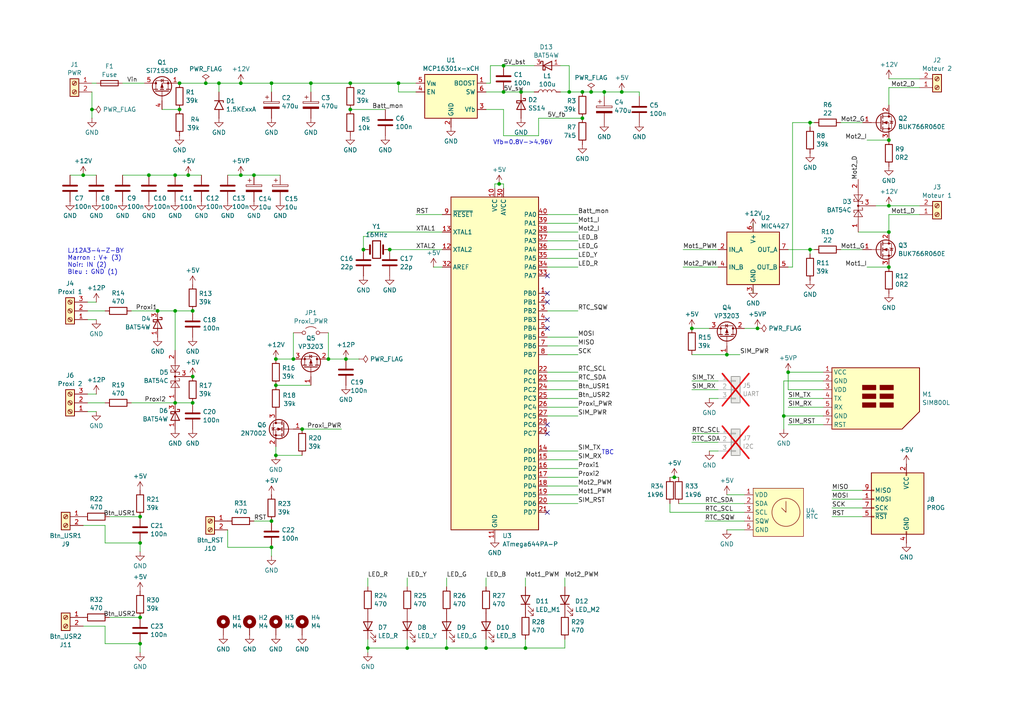
<source format=kicad_sch>
(kicad_sch (version 20231120) (generator "eeschema") (generator_version "8.0")
  (paper "A4")
  (title_block (title "Horse Feeder Ctrl") (date "2025-02-12") (rev "A") (company "Xavier B."))
  (junction (at 152.4 187.96))
  (junction (at 80.01 111.76))
  (junction (at 78.74 24.13))
  (junction (at 87.63 124.46))
  (junction (at 165.1 26.67))
  (junction (at 100.33 104.14))
  (junction (at 55.88 109.22))
  (junction (at 55.88 90.17))
  (junction (at 80.01 132.08))
  (junction (at 210.82 102.87))
  (junction (at 151.13 26.67))
  (junction (at 129.54 187.96))
  (junction (at 43.18 50.8))
  (junction (at 69.85 50.8))
  (junction (at 50.8 116.84))
  (junction (at 45.72 90.17))
  (junction (at 106.68 187.96))
  (junction (at 171.45 26.67))
  (junction (at 69.85 24.13))
  (junction (at 234.95 35.56))
  (junction (at 257.81 40.64))
  (junction (at 90.17 24.13))
  (junction (at 113.03 72.39))
  (junction (at 168.91 34.29))
  (junction (at 85.09 104.14))
  (junction (at 101.6 24.13))
  (junction (at 115.57 24.13))
  (junction (at 78.74 151.13))
  (junction (at 234.95 72.39))
  (junction (at 200.66 95.25))
  (junction (at 78.74 158.75))
  (junction (at 63.5 24.13))
  (junction (at 257.81 59.69))
  (junction (at 59.69 24.13))
  (junction (at 228.6 107.95))
  (junction (at 175.26 26.67))
  (junction (at 80.01 104.14))
  (junction (at 257.81 67.31))
  (junction (at 227.33 120.65))
  (junction (at 55.88 116.84))
  (junction (at 195.58 138.43))
  (junction (at 24.13 50.8))
  (junction (at 101.6 31.75))
  (junction (at 146.05 19.05))
  (junction (at 26.67 31.75))
  (junction (at 40.64 179.07))
  (junction (at 95.25 104.14))
  (junction (at 40.64 149.86))
  (junction (at 146.05 26.67))
  (junction (at 140.97 187.96))
  (junction (at 180.34 26.67))
  (junction (at 52.07 24.13))
  (junction (at 50.8 50.8))
  (junction (at 168.91 26.67))
  (junction (at 73.66 50.8))
  (junction (at 144.78 53.34))
  (junction (at 105.41 72.39))
  (junction (at 219.71 95.25))
  (junction (at 40.64 186.69))
  (junction (at 118.11 187.96))
  (junction (at 54.61 50.8))
  (junction (at 52.07 31.75))
  (junction (at 257.81 77.47))
  (junction (at 50.8 90.17))
  (junction (at 40.64 157.48))
  (no_connect (at 158.75 123.19))
  (no_connect (at 158.75 80.01))
  (no_connect (at 158.75 87.63))
  (no_connect (at 158.75 85.09))
  (no_connect (at 158.75 95.25))
  (no_connect (at 158.75 148.59))
  (no_connect (at 158.75 125.73))
  (no_connect (at 158.75 92.71))
  (wire (pts (xy 129.54 185.42) (xy 129.54 187.96)))
  (wire (pts (xy 140.97 167.64) (xy 140.97 170.18)))
  (wire (pts (xy 257.81 59.69) (xy 266.7 59.69)))
  (wire (pts (xy 31.75 179.07) (xy 40.64 179.07)))
  (wire (pts (xy 27.94 119.38) (xy 25.4 119.38)))
  (wire (pts (xy 80.01 104.14) (xy 85.09 104.14)))
  (wire (pts (xy 106.68 187.96) (xy 118.11 187.96)))
  (wire (pts (xy 162.56 26.67) (xy 165.1 26.67)))
  (wire (pts (xy 167.64 130.81) (xy 158.75 130.81)))
  (wire (pts (xy 198.12 72.39) (xy 208.28 72.39)))
  (wire (pts (xy 227.33 120.65) (xy 227.33 124.46)))
  (wire (pts (xy 210.82 143.51) (xy 215.9 143.51)))
  (wire (pts (xy 241.3 144.78) (xy 250.19 144.78)))
  (wire (pts (xy 167.64 100.33) (xy 158.75 100.33)))
  (wire (pts (xy 73.66 50.8) (xy 81.28 50.8)))
  (wire (pts (xy 162.56 19.05) (xy 165.1 19.05)))
  (wire (pts (xy 78.74 161.29) (xy 78.74 158.75)))
  (wire (pts (xy 125.73 77.47) (xy 128.27 77.47)))
  (wire (pts (xy 167.64 67.31) (xy 158.75 67.31)))
  (wire (pts (xy 80.01 111.76) (xy 90.17 111.76)))
  (wire (pts (xy 80.01 132.08) (xy 80.01 129.54)))
  (wire (pts (xy 257.81 25.4) (xy 257.81 30.48)))
  (wire (pts (xy 238.76 113.03) (xy 228.6 113.03)))
  (wire (pts (xy 167.64 62.23) (xy 158.75 62.23)))
  (wire (pts (xy 113.03 72.39) (xy 128.27 72.39)))
  (wire (pts (xy 167.64 138.43) (xy 158.75 138.43)))
  (wire (pts (xy 101.6 24.13) (xy 115.57 24.13)))
  (wire (pts (xy 30.48 186.69) (xy 40.64 186.69)))
  (wire (pts (xy 163.83 167.64) (xy 163.83 170.18)))
  (wire (pts (xy 30.48 152.4) (xy 24.13 152.4)))
  (wire (pts (xy 152.4 185.42) (xy 152.4 187.96)))
  (wire (pts (xy 195.58 138.43) (xy 196.85 138.43)))
  (wire (pts (xy 25.4 116.84) (xy 30.48 116.84)))
  (wire (pts (xy 63.5 24.13) (xy 69.85 24.13)))
  (wire (pts (xy 228.6 107.95) (xy 238.76 107.95)))
  (wire (pts (xy 266.7 25.4) (xy 257.81 25.4)))
  (wire (pts (xy 143.51 53.34) (xy 143.51 54.61)))
  (wire (pts (xy 26.67 34.29) (xy 26.67 31.75)))
  (wire (pts (xy 238.76 110.49) (xy 227.33 110.49)))
  (wire (pts (xy 43.18 50.8) (xy 50.8 50.8)))
  (wire (pts (xy 180.34 26.67) (xy 175.26 26.67)))
  (wire (pts (xy 219.71 95.25) (xy 215.9 95.25)))
  (wire (pts (xy 175.26 26.67) (xy 171.45 26.67)))
  (wire (pts (xy 194.31 138.43) (xy 195.58 138.43)))
  (wire (pts (xy 229.87 35.56) (xy 234.95 35.56)))
  (wire (pts (xy 251.46 77.47) (xy 257.81 77.47)))
  (wire (pts (xy 167.64 143.51) (xy 158.75 143.51)))
  (wire (pts (xy 156.21 39.37) (xy 156.21 34.29)))
  (wire (pts (xy 50.8 90.17) (xy 55.88 90.17)))
  (wire (pts (xy 142.24 19.05) (xy 146.05 19.05)))
  (wire (pts (xy 31.75 149.86) (xy 40.64 149.86)))
  (wire (pts (xy 106.68 68.58) (xy 106.68 67.31)))
  (wire (pts (xy 227.33 120.65) (xy 238.76 120.65)))
  (wire (pts (xy 45.72 90.17) (xy 50.8 90.17)))
  (wire (pts (xy 40.64 189.23) (xy 40.64 186.69)))
  (wire (pts (xy 152.4 167.64) (xy 152.4 170.18)))
  (wire (pts (xy 163.83 187.96) (xy 163.83 185.42)))
  (wire (pts (xy 38.1 90.17) (xy 45.72 90.17)))
  (wire (pts (xy 129.54 167.64) (xy 129.54 170.18)))
  (wire (pts (xy 200.66 125.73) (xy 208.28 125.73)))
  (wire (pts (xy 27.94 92.71) (xy 25.4 92.71)))
  (wire (pts (xy 167.64 74.93) (xy 158.75 74.93)))
  (wire (pts (xy 118.11 185.42) (xy 118.11 187.96)))
  (wire (pts (xy 241.3 142.24) (xy 250.19 142.24)))
  (wire (pts (xy 257.81 22.86) (xy 266.7 22.86)))
  (wire (pts (xy 143.51 53.34) (xy 144.78 53.34)))
  (wire (pts (xy 146.05 31.75) (xy 146.05 39.37)))
  (wire (pts (xy 27.94 87.63) (xy 25.4 87.63)))
  (wire (pts (xy 234.95 73.66) (xy 234.95 72.39)))
  (wire (pts (xy 210.82 153.67) (xy 215.9 153.67)))
  (wire (pts (xy 140.97 187.96) (xy 152.4 187.96)))
  (wire (pts (xy 144.78 53.34) (xy 146.05 53.34)))
  (wire (pts (xy 167.64 113.03) (xy 158.75 113.03)))
  (wire (pts (xy 30.48 181.61) (xy 24.13 181.61)))
  (wire (pts (xy 167.64 140.97) (xy 158.75 140.97)))
  (wire (pts (xy 40.64 160.02) (xy 40.64 157.48)))
  (wire (pts (xy 140.97 26.67) (xy 146.05 26.67)))
  (wire (pts (xy 156.21 34.29) (xy 168.91 34.29)))
  (wire (pts (xy 210.82 102.87) (xy 200.66 102.87)))
  (wire (pts (xy 20.32 50.8) (xy 24.13 50.8)))
  (wire (pts (xy 25.4 90.17) (xy 30.48 90.17)))
  (wire (pts (xy 200.66 113.03) (xy 208.28 113.03)))
  (wire (pts (xy 85.09 96.52) (xy 85.09 104.14)))
  (wire (pts (xy 38.1 116.84) (xy 50.8 116.84)))
  (wire (pts (xy 200.66 95.25) (xy 205.74 95.25)))
  (wire (pts (xy 167.64 102.87) (xy 158.75 102.87)))
  (wire (pts (xy 236.22 72.39) (xy 234.95 72.39)))
  (wire (pts (xy 26.67 31.75) (xy 26.67 26.67)))
  (wire (pts (xy 24.13 50.8) (xy 27.94 50.8)))
  (wire (pts (xy 205.74 130.81) (xy 208.28 130.81)))
  (wire (pts (xy 146.05 39.37) (xy 156.21 39.37)))
  (wire (pts (xy 196.85 146.05) (xy 215.9 146.05)))
  (wire (pts (xy 35.56 50.8) (xy 43.18 50.8)))
  (wire (pts (xy 228.6 123.19) (xy 238.76 123.19)))
  (wire (pts (xy 30.48 152.4) (xy 30.48 157.48)))
  (wire (pts (xy 205.74 115.57) (xy 208.28 115.57)))
  (wire (pts (xy 115.57 26.67) (xy 120.65 26.67)))
  (wire (pts (xy 257.81 59.69) (xy 254 59.69)))
  (wire (pts (xy 171.45 26.67) (xy 168.91 26.67)))
  (wire (pts (xy 59.69 24.13) (xy 63.5 24.13)))
  (wire (pts (xy 140.97 187.96) (xy 140.97 185.42)))
  (wire (pts (xy 50.8 90.17) (xy 50.8 101.6)))
  (wire (pts (xy 50.8 50.8) (xy 54.61 50.8)))
  (wire (pts (xy 228.6 115.57) (xy 238.76 115.57)))
  (wire (pts (xy 146.05 19.05) (xy 154.94 19.05)))
  (wire (pts (xy 218.44 83.82) (xy 218.44 85.09)))
  (wire (pts (xy 167.64 115.57) (xy 158.75 115.57)))
  (wire (pts (xy 167.64 118.11) (xy 158.75 118.11)))
  (wire (pts (xy 80.01 132.08) (xy 87.63 132.08)))
  (wire (pts (xy 105.41 68.58) (xy 105.41 72.39)))
  (wire (pts (xy 95.25 96.52) (xy 95.25 104.14)))
  (wire (pts (xy 146.05 53.34) (xy 146.05 54.61)))
  (wire (pts (xy 266.7 62.23) (xy 257.81 62.23)))
  (wire (pts (xy 167.64 107.95) (xy 158.75 107.95)))
  (wire (pts (xy 158.75 120.65) (xy 167.64 120.65)))
  (wire (pts (xy 194.31 148.59) (xy 215.9 148.59)))
  (wire (pts (xy 234.95 35.56) (xy 234.95 36.83)))
  (wire (pts (xy 251.46 40.64) (xy 257.81 40.64)))
  (wire (pts (xy 200.66 128.27) (xy 208.28 128.27)))
  (wire (pts (xy 167.64 135.89) (xy 158.75 135.89)))
  (wire (pts (xy 52.07 31.75) (xy 46.99 31.75)))
  (wire (pts (xy 30.48 181.61) (xy 30.48 186.69)))
  (wire (pts (xy 78.74 26.67) (xy 78.74 24.13)))
  (wire (pts (xy 167.64 110.49) (xy 158.75 110.49)))
  (wire (pts (xy 243.84 35.56) (xy 250.19 35.56)))
  (wire (pts (xy 210.82 102.87) (xy 214.63 102.87)))
  (wire (pts (xy 167.64 133.35) (xy 158.75 133.35)))
  (wire (pts (xy 69.85 50.8) (xy 73.66 50.8)))
  (wire (pts (xy 66.04 153.67) (xy 66.04 158.75)))
  (wire (pts (xy 106.68 185.42) (xy 106.68 187.96)))
  (wire (pts (xy 66.04 158.75) (xy 78.74 158.75)))
  (wire (pts (xy 35.56 24.13) (xy 41.91 24.13)))
  (wire (pts (xy 228.6 77.47) (xy 229.87 77.47)))
  (wire (pts (xy 54.61 50.8) (xy 58.42 50.8)))
  (wire (pts (xy 229.87 35.56) (xy 229.87 77.47)))
  (wire (pts (xy 73.66 151.13) (xy 78.74 151.13)))
  (wire (pts (xy 26.67 24.13) (xy 27.94 24.13)))
  (wire (pts (xy 99.06 124.46) (xy 87.63 124.46)))
  (wire (pts (xy 218.44 66.04) (xy 218.44 64.77)))
  (wire (pts (xy 152.4 187.96) (xy 163.83 187.96)))
  (wire (pts (xy 194.31 146.05) (xy 194.31 148.59)))
  (wire (pts (xy 66.04 50.8) (xy 69.85 50.8)))
  (wire (pts (xy 120.65 62.23) (xy 128.27 62.23)))
  (wire (pts (xy 167.64 146.05) (xy 158.75 146.05)))
  (wire (pts (xy 165.1 26.67) (xy 168.91 26.67)))
  (wire (pts (xy 241.3 147.32) (xy 250.19 147.32)))
  (wire (pts (xy 142.24 24.13) (xy 142.24 19.05)))
  (wire (pts (xy 227.33 110.49) (xy 227.33 120.65)))
  (wire (pts (xy 234.95 35.56) (xy 236.22 35.56)))
  (wire (pts (xy 63.5 24.13) (xy 63.5 26.67)))
  (wire (pts (xy 180.34 26.67) (xy 185.42 26.67)))
  (wire (pts (xy 228.6 118.11) (xy 238.76 118.11)))
  (wire (pts (xy 115.57 24.13) (xy 115.57 26.67)))
  (wire (pts (xy 146.05 26.67) (xy 151.13 26.67)))
  (wire (pts (xy 100.33 104.14) (xy 104.14 104.14)))
  (wire (pts (xy 30.48 157.48) (xy 40.64 157.48)))
  (wire (pts (xy 129.54 187.96) (xy 140.97 187.96)))
  (wire (pts (xy 52.07 24.13) (xy 59.69 24.13)))
  (wire (pts (xy 257.81 62.23) (xy 257.81 67.31)))
  (wire (pts (xy 167.64 72.39) (xy 158.75 72.39)))
  (wire (pts (xy 106.68 167.64) (xy 106.68 170.18)))
  (wire (pts (xy 101.6 31.75) (xy 111.76 31.75)))
  (wire (pts (xy 118.11 167.64) (xy 118.11 170.18)))
  (wire (pts (xy 151.13 26.67) (xy 154.94 26.67)))
  (wire (pts (xy 175.26 27.94) (xy 175.26 26.67)))
  (wire (pts (xy 90.17 26.67) (xy 90.17 24.13)))
  (wire (pts (xy 204.47 151.13) (xy 215.9 151.13)))
  (wire (pts (xy 90.17 24.13) (xy 101.6 24.13)))
  (wire (pts (xy 78.74 24.13) (xy 90.17 24.13)))
  (wire (pts (xy 185.42 27.94) (xy 185.42 26.67)))
  (wire (pts (xy 95.25 104.14) (xy 100.33 104.14)))
  (wire (pts (xy 142.24 24.13) (xy 140.97 24.13)))
  (wire (pts (xy 198.12 77.47) (xy 208.28 77.47)))
  (wire (pts (xy 167.64 64.77) (xy 158.75 64.77)))
  (wire (pts (xy 243.84 72.39) (xy 250.19 72.39)))
  (wire (pts (xy 106.68 189.23) (xy 106.68 187.96)))
  (wire (pts (xy 106.68 68.58) (xy 105.41 68.58)))
  (wire (pts (xy 140.97 31.75) (xy 146.05 31.75)))
  (wire (pts (xy 257.81 67.31) (xy 248.92 67.31)))
  (wire (pts (xy 165.1 19.05) (xy 165.1 26.67)))
  (wire (pts (xy 167.64 77.47) (xy 158.75 77.47)))
  (wire (pts (xy 27.94 114.3) (xy 25.4 114.3)))
  (wire (pts (xy 118.11 187.96) (xy 129.54 187.96)))
  (wire (pts (xy 241.3 149.86) (xy 250.19 149.86)))
  (wire (pts (xy 200.66 110.49) (xy 208.28 110.49)))
  (wire (pts (xy 78.74 24.13) (xy 69.85 24.13)))
  (wire (pts (xy 115.57 24.13) (xy 120.65 24.13)))
  (wire (pts (xy 167.64 90.17) (xy 158.75 90.17)))
  (wire (pts (xy 106.68 67.31) (xy 128.27 67.31)))
  (wire (pts (xy 167.64 69.85) (xy 158.75 69.85)))
  (wire (pts (xy 167.64 97.79) (xy 158.75 97.79)))
  (wire (pts (xy 50.8 116.84) (xy 55.88 116.84)))
  (wire (pts (xy 228.6 113.03) (xy 228.6 107.95)))
  (wire (pts (xy 228.6 72.39) (xy 234.95 72.39)))
  (text "LJ12A3-4-Z-BY\nMarron : V+ (3)\nNoir: IN (2)\nBleu : GND (1)" (at 19.558 75.946 0) (effects (font (size 1.27 1.27)) (justify left)))
  (text "TBC" (at 176.276 131.318 0) (effects (font (size 1.27 1.27))))
  (text "Vfb=0.8V->4.96V" (at 151.638 41.402 0) (effects (font (size 1.27 1.27))))
  (label "Mot1_I" (at 167.64 64.77 0))
  (label "MOSI" (at 241.3 144.78 0))
  (label "Mot2_I" (at 251.46 40.64 180))
  (label "SIM_RX" (at 228.6 118.11 0))
  (label "SIM_RX" (at 167.64 133.35 0))
  (label "Proxi2" (at 41.91 116.84 0))
  (label "Mot2_G" (at 243.84 35.56 0))
  (label "Btn_USR2" (at 39.37 179.07 180))
  (label "RTC_SDA" (at 167.64 110.49 0))
  (label "Proxi_PWR" (at 167.64 118.11 0))
  (label "LED_R" (at 167.64 77.47 0))
  (label "Vin" (at 36.83 24.13 0))
  (label "Mot2_PWM" (at 198.12 77.47 0))
  (label "XTAL2" (at 120.65 72.39 0))
  (label "MISO" (at 167.64 100.33 0))
  (label "Mot1_G" (at 243.84 72.39 0))
  (label "LED_B" (at 140.97 167.64 0))
  (label "Btn_USR1" (at 39.37 149.86 180))
  (label "LED_Y" (at 118.11 167.64 0))
  (label "SIM_RST" (at 167.64 146.05 0))
  (label "RST" (at 241.3 149.86 0))
  (label "RTC_SCL" (at 204.47 148.59 0))
  (label "Mot1_PWM" (at 167.64 143.51 0))
  (label "5V_bst" (at 146.05 19.05 0))
  (label "SIM_RST" (at 228.6 123.19 0))
  (label "Mot2_D" (at 265.43 25.4 180))
  (label "Proxi2" (at 167.64 138.43 0))
  (label "LED_Y" (at 167.64 74.93 0))
  (label "SIM_PWR" (at 214.63 102.87 0))
  (label "Mot2_I" (at 167.64 67.31 0))
  (label "Mot2_PWM" (at 167.64 140.97 0))
  (label "Btn_USR2" (at 167.64 115.57 0))
  (label "Proxi1" (at 167.64 135.89 0))
  (label "MISO" (at 241.3 142.24 0))
  (label "Btn_USR1" (at 167.64 113.03 0))
  (label "Mot1_D" (at 265.43 62.23 180))
  (label "Mot2_PWM" (at 163.83 167.64 0))
  (label "5V_fb" (at 158.75 34.29 0))
  (label "Batt_mon" (at 167.64 62.23 0))
  (label "RTC_SDA" (at 204.47 146.05 0))
  (label "Mot1_PWM" (at 152.4 167.64 0))
  (label "Proxi_PWR" (at 99.06 124.46 180))
  (label "XTAL1" (at 120.65 67.31 0))
  (label "SIM_RX" (at 200.66 113.03 0))
  (label "SIM_TX" (at 228.6 115.57 0))
  (label "RTC_SDA" (at 200.66 128.27 0))
  (label "Mot1_I" (at 251.46 77.47 180))
  (label "Mot2_D" (at 248.92 52.07 90))
  (label "LED_G" (at 129.54 167.64 0))
  (label "Mot1_PWM" (at 198.12 72.39 0))
  (label "Proxi1" (at 39.37 90.17 0))
  (label "RTC_SQW" (at 204.47 151.13 0))
  (label "SIM_TX" (at 200.66 110.49 0))
  (label "RTC_SCL" (at 200.66 125.73 0))
  (label "5V_sw" (at 146.05 26.67 0))
  (label "RTC_SQW" (at 167.64 90.17 0))
  (label "LED_G" (at 167.64 72.39 0))
  (label "RTC_SCL" (at 167.64 107.95 0))
  (label "Batt_mon" (at 107.95 31.75 0))
  (label "LED_B" (at 167.64 69.85 0))
  (label "SCK" (at 241.3 147.32 0))
  (label "SCK" (at 167.64 102.87 0))
  (label "SIM_PWR" (at 167.64 120.65 0))
  (label "MOSI" (at 167.64 97.79 0))
  (label "SIM_TX" (at 167.64 130.81 0))
  (label "RST" (at 73.66 151.13 0))
  (label "LED_R" (at 106.68 167.64 0))
  (label "RST" (at 120.65 62.23 0))
  (symbol (lib_id "power:GND") (at 45.72 97.79 0) (unit 1)
    (property "Reference" "#PWR044" (effects (hide yes)))
    (property "Value" "GND" (at 45.72 101.9231 0))
    (property "Description" "Power symbol creates a global label with name \"GND\" , ground" (effects (hide yes)))
  )
  (symbol (lib_id "Regulator_Switching:MCP16301x-xCH") (at 130.81 26.67 0) (unit 1)
    (property "Reference" "U1" (at 130.81 17.4455 0))
    (property "Value" "MCP16301x-xCH" (at 130.81 19.8698 0))
    (property "Footprint" "Package_TO_SOT_SMD:SOT-23-6" (effects (hide yes)))
    (property "Datasheet" "http://ww1.microchip.com/downloads/en/DeviceDoc/20005004D.pdf" (effects (hide yes)))
    (property "Description" "1A, 4.0 to 30V Input, High Voltage Input integrated switch step-down regulator, SOT-23-6" (effects (hide yes)))
  )
  (symbol (lib_id "power:GND") (at 27.94 119.38 0) (unit 1)
    (property "Reference" "#PWR053" (effects (hide yes)))
    (property "Value" "GND" (at 27.94 123.5131 0))
    (property "Description" "Power symbol creates a global label with name \"GND\" , ground" (effects (hide yes)))
  )
  (symbol (lib_id "Connector:Screw_Terminal_01x02") (at 271.78 25.4 0) (mirror x) (unit 1)
    (property "Reference" "J2" (at 271.78 17.4455 0))
    (property "Value" "Moteur 2" (at 271.78 19.8698 0))
    (property "Footprint" "footprints:TerminalBlock_bornier-2_P5.08mm" (effects (hide yes)))
    (property "Description" "Generic screw terminal, single row, 01x02, script generated (kicad-library-utils/schlib/autogen/connector/)" (effects (hide yes)))
  )
  (symbol (lib_id "Device:C") (at 40.64 153.67 0) (unit 1)
    (property "Reference" "C21" (at 43.561 152.4578 0) (effects (justify left)))
    (property "Value" "100n" (at 43.561 154.8821 0) (effects (justify left)))
    (property "Footprint" "Capacitor_SMD:C_0805_2012Metric_Pad1.18x1.45mm_HandSolder" (effects (hide yes)))
    (property "Description" "Unpolarized capacitor" (effects (hide yes)))
  )
  (symbol (lib_id "power:GND") (at 66.04 58.42 0) (mirror y) (unit 1)
    (property "Reference" "#PWR028" (effects (hide yes)))
    (property "Value" "GND" (at 66.04 62.5531 0))
    (property "Description" "Power symbol creates a global label with name \"GND\" , ground" (effects (hide yes)))
  )
  (symbol (lib_id "Device:R") (at 40.64 175.26 0) (unit 1)
    (property "Reference" "R30" (at 42.418 174.0478 0) (effects (justify left)))
    (property "Value" "39k" (at 42.418 176.4721 0) (effects (justify left)))
    (property "Footprint" "Resistor_SMD:R_0805_2012Metric_Pad1.20x1.40mm_HandSolder" (effects (hide yes)))
    (property "Description" "Resistor" (effects (hide yes)))
  )
  (symbol (lib_id "Device:C") (at 105.41 76.2 0) (unit 1)
    (property "Reference" "C16" (at 102.489 74.9878 0) (effects (justify right)))
    (property "Value" "22p" (at 102.489 77.4121 0) (effects (justify right)))
    (property "Footprint" "Capacitor_SMD:C_0603_1608Metric_Pad1.08x0.95mm_HandSolder" (effects (hide yes)))
    (property "Description" "Unpolarized capacitor" (effects (hide yes)))
  )
  (symbol (lib_id "Device:L") (at 158.75 26.67 90) (unit 1)
    (property "Reference" "L1" (at 158.75 22.0202 90))
    (property "Value" "100u" (at 158.75 24.4445 90))
    (property "Footprint" "footprints:LPC4545" (effects (hide yes)))
    (property "Description" "Inductor" (effects (hide yes)))
  )
  (symbol (lib_id "power:GND") (at 78.74 161.29 0) (unit 1)
    (property "Reference" "#PWR068" (effects (hide yes)))
    (property "Value" "GND" (at 78.74 165.4231 0))
    (property "Description" "Power symbol creates a global label with name \"GND\" , ground" (effects (hide yes)))
  )
  (symbol (lib_id "power:+5V") (at 54.61 50.8 0) (unit 1)
    (property "Reference" "#PWR019" (effects (hide yes)))
    (property "Value" "+5V" (at 54.61 46.6669 0))
    (property "Description" "Power symbol creates a global label with name \"+5V\"" (effects (hide yes)))
  )
  (symbol (lib_id "power:GND") (at 58.42 58.42 0) (mirror y) (unit 1)
    (property "Reference" "#PWR027" (effects (hide yes)))
    (property "Value" "GND" (at 58.42 62.5531 0))
    (property "Description" "Power symbol creates a global label with name \"GND\" , ground" (effects (hide yes)))
  )
  (symbol (lib_id "power:+5VP") (at 228.6 107.95 0) (unit 1)
    (property "Reference" "#PWR048" (effects (hide yes)))
    (property "Value" "+5VP" (at 228.6 103.8169 0))
    (property "Description" "Power symbol creates a global label with name \"+5VP\"" (effects (hide yes)))
  )
  (symbol (lib_id "power:GND") (at 27.94 92.71 0) (unit 1)
    (property "Reference" "#PWR041" (effects (hide yes)))
    (property "Value" "GND" (at 27.94 96.8431 0))
    (property "Description" "Power symbol creates a global label with name \"GND\" , ground" (effects (hide yes)))
  )
  (symbol (lib_id "power:GND") (at 218.44 83.82 0) (mirror y) (unit 1)
    (property "Reference" "#PWR036" (effects (hide yes)))
    (property "Value" "GND" (at 218.44 87.9531 0))
    (property "Description" "Power symbol creates a global label with name \"GND\" , ground" (effects (hide yes)))
  )
  (symbol (lib_id "Device:C_Polarized") (at 81.28 54.61 0) (unit 1)
    (property "Reference" "C15" (at 82.55 57.658 0) (effects (justify left)))
    (property "Value" "10u" (at 82.55 60.0823 0) (effects (justify left)))
    (property "Footprint" "Capacitor_SMD:C_0805_2012Metric_Pad1.18x1.45mm_HandSolder" (effects (hide yes)))
    (property "Description" "Polarized capacitor" (effects (hide yes)))
  )
  (symbol (lib_id "Jumper:Jumper_2_Open") (at 90.17 96.52 0) (unit 1) (exclude_from_sim yes)
    (property "Reference" "JP1" (at 90.17 90.7245 0))
    (property "Value" "Proxi_PWR" (at 90.17 93.1488 0))
    (property "Footprint" "Jumper:SolderJumper-2_P1.3mm_Open_RoundedPad1.0x1.5mm" (effects (hide yes)))
    (property "Description" "Jumper, 2-pole, open" (effects (hide yes)))
  )
  (symbol (lib_id "Transistor_FET:Si7141DP") (at 46.99 26.67 90) (unit 1)
    (property "Reference" "Q1" (at 46.99 18.0805 90))
    (property "Value" "Si7155DP" (at 46.99 20.5048 90))
    (property "Footprint" "Package_SO:PowerPAK_SO-8_Single" (effects (hide yes)))
    (property "Datasheet" "https://www.vishay.com/docs/65596/si7141dp.pdf" (effects (hide yes)))
    (property "Description" "-60A Id, -20V Vds, 1.9 mOhm Ron, PowerPAK-8" (effects (hide yes)))
  )
  (symbol (lib_id "Mechanical:MountingHole_Pad") (at 72.39 181.61 0) (unit 1) (exclude_from_sim yes) (in_bom no)
    (property "Reference" "H2" (at 74.93 179.1278 0) (effects (justify left)))
    (property "Value" "M4" (at 74.93 181.5521 0) (effects (justify left)))
    (property "Footprint" "MountingHole:MountingHole_4.3mm_M4_Pad_Via" (effects (hide yes)))
    (property "Description" "Mounting Hole with connection" (effects (hide yes)))
  )
  (symbol (lib_id "Device:LED") (at 163.83 173.99 90) (unit 1)
    (property "Reference" "D12" (at 166.751 174.3653 90) (effects (justify right)))
    (property "Value" "LED_M2" (at 166.751 176.7896 90) (effects (justify right)))
    (property "Footprint" "LED_SMD:LED_0805_2012Metric" (effects (hide yes)))
    (property "Description" "Light emitting diode" (effects (hide yes)))
  )
  (symbol (lib_id "Connector_Generic:Conn_01x03") (at 213.36 113.03 0) (unit 1) (dnp yes)
    (property "Reference" "J5" (at 215.392 111.8178 0) (effects (justify left)))
    (property "Value" "UART" (at 215.392 114.2421 0) (effects (justify left)))
    (property "Footprint" "Connector_PinHeader_2.54mm:PinHeader_1x03_P2.54mm_Vertical" (effects (hide yes)))
    (property "Description" "Generic connector, single row, 01x03, script generated (kicad-library-utils/schlib/autogen/connector/)" (effects (hide yes)))
  )
  (symbol (lib_id "Device:R") (at 234.95 77.47 0) (mirror y) (unit 1)
    (property "Reference" "R11" (at 236.728 76.2578 0) (effects (justify right)))
    (property "Value" "39k" (at 236.728 78.6821 0) (effects (justify right)))
    (property "Footprint" "Resistor_SMD:R_0805_2012Metric_Pad1.20x1.40mm_HandSolder" (effects (hide yes)))
    (property "Description" "Resistor" (effects (hide yes)))
  )
  (symbol (lib_id "Diode:SS14") (at 151.13 30.48 270) (unit 1)
    (property "Reference" "D2" (at 153.162 28.9503 90) (effects (justify left)))
    (property "Value" "SS14" (at 153.162 31.3746 90) (effects (justify left)))
    (property "Footprint" "Diode_SMD:D_SMA" (effects (hide yes)))
    (property "Datasheet" "https://www.vishay.com/docs/88746/ss12.pdf" (effects (hide yes)))
    (property "Description" "40V 1A Schottky Diode, SMA" (effects (hide yes)))
  )
  (symbol (lib_id "power:GND") (at 64.77 184.15 0) (unit 1)
    (property "Reference" "#PWR071" (effects (hide yes)))
    (property "Value" "GND" (at 64.77 188.2831 0))
    (property "Description" "Power symbol creates a global label with name \"GND\" , ground" (effects (hide yes)))
  )
  (symbol (lib_id "power:PWR_FLAG") (at 219.71 95.25 270) (unit 1)
    (property "Reference" "#FLG05" (effects (hide yes)))
    (property "Value" "PWR_FLAG" (at 222.885 95.25 90) (effects (justify left)))
    (property "Description" "Special symbol for telling ERC where power comes from" (effects (hide yes)))
  )
  (symbol (lib_id "Device:R") (at 52.07 35.56 0) (mirror x) (unit 1)
    (property "Reference" "R4" (at 57.912 34.6597 0) (effects (justify right)))
    (property "Value" "39k" (at 57.912 37.084 0) (effects (justify right)))
    (property "Footprint" "Resistor_SMD:R_0805_2012Metric_Pad1.20x1.40mm_HandSolder" (effects (hide yes)))
    (property "Description" "Resistor" (effects (hide yes)))
  )
  (symbol (lib_id "Device:LED") (at 106.68 181.61 90) (unit 1)
    (property "Reference" "D7" (at 109.601 181.9853 90) (effects (justify right)))
    (property "Value" "LED_R" (at 109.601 184.4096 90) (effects (justify right)))
    (property "Footprint" "LED_THT:LED_D5.0mm" (effects (hide yes)))
    (property "Description" "Light emitting diode" (effects (hide yes)))
  )
  (symbol (lib_id "Device:C") (at 40.64 182.88 0) (unit 1)
    (property "Reference" "C23" (at 43.561 181.6678 0) (effects (justify left)))
    (property "Value" "100n" (at 43.561 184.0921 0) (effects (justify left)))
    (property "Footprint" "Capacitor_SMD:C_0805_2012Metric_Pad1.18x1.45mm_HandSolder" (effects (hide yes)))
    (property "Description" "Unpolarized capacitor" (effects (hide yes)))
  )
  (symbol (lib_id "MCU_Microchip_ATmega:ATmega644PA-P") (at 143.51 105.41 0) (unit 1)
    (property "Reference" "U3" (at 145.7041 155.3901 0) (effects (justify left)))
    (property "Value" "ATmega644PA-P" (at 145.7041 157.8144 0) (effects (justify left)))
    (property "Footprint" "Package_DIP:DIP-40_W15.24mm" (effects (hide yes)))
    (property "Datasheet" "http://ww1.microchip.com/downloads/en/DeviceDoc/Atmel-8272-8-bit-AVR-microcontroller-ATmega164A_PA-324A_PA-644A_PA-1284_P_datasheet.pdf" (effects (hide yes)))
    (property "Description" "20MHz, 64kB Flash, 4kB SRAM, 2kB EEPROM, JTAG, DIP-40" (effects (hide yes)))
  )
  (symbol (lib_id "power:GND") (at 40.64 160.02 0) (unit 1)
    (property "Reference" "#PWR065" (effects (hide yes)))
    (property "Value" "GND" (at 40.64 164.1531 0))
    (property "Description" "Power symbol creates a global label with name \"GND\" , ground" (effects (hide yes)))
  )
  (symbol (lib_id "Mechanical:MountingHole_Pad") (at 87.63 181.61 0) (unit 1) (exclude_from_sim yes) (in_bom no)
    (property "Reference" "H4" (at 90.17 179.1278 0) (effects (justify left)))
    (property "Value" "M4" (at 90.17 181.5521 0) (effects (justify left)))
    (property "Footprint" "MountingHole:MountingHole_4.3mm_M4_Pad_Via" (effects (hide yes)))
    (property "Description" "Mounting Hole with connection" (effects (hide yes)))
  )
  (symbol (lib_id "power:+5V") (at 40.64 142.24 0) (unit 1)
    (property "Reference" "#PWR060" (effects (hide yes)))
    (property "Value" "+5V" (at 40.64 138.1069 0))
    (property "Description" "Power symbol creates a global label with name \"+5V\"" (effects (hide yes)))
  )
  (symbol (lib_id "power:GND") (at 185.42 35.56 0) (mirror y) (unit 1)
    (property "Reference" "#PWR010" (effects (hide yes)))
    (property "Value" "GND" (at 185.42 39.6931 0))
    (property "Description" "Power symbol creates a global label with name \"GND\" , ground" (effects (hide yes)))
  )
  (symbol (lib_id "power:GND") (at 63.5 34.29 0) (mirror y) (unit 1)
    (property "Reference" "#PWR05" (effects (hide yes)))
    (property "Value" "GND" (at 63.5 38.4231 0))
    (property "Description" "Power symbol creates a global label with name \"GND\" , ground" (effects (hide yes)))
  )
  (symbol (lib_id "Device:C") (at 111.76 35.56 0) (unit 1)
    (property "Reference" "C6" (at 114.681 34.3478 0) (effects (justify left)))
    (property "Value" "100n" (at 114.681 36.7721 0) (effects (justify left)))
    (property "Footprint" "Capacitor_SMD:C_0805_2012Metric_Pad1.18x1.45mm_HandSolder" (effects (hide yes)))
    (property "Description" "Unpolarized capacitor" (effects (hide yes)))
  )
  (symbol (lib_id "Device:R") (at 257.81 81.28 0) (mirror y) (unit 1)
    (property "Reference" "R12" (at 259.588 80.0678 0) (effects (justify right)))
    (property "Value" "0R2" (at 259.588 82.4921 0) (effects (justify right)))
    (property "Footprint" "Resistor_SMD:R_1210_3225Metric_Pad1.30x2.65mm_HandSolder" (effects (hide yes)))
    (property "Description" "Resistor" (effects (hide yes)))
  )
  (symbol (lib_id "Device:LED") (at 152.4 173.99 90) (unit 1)
    (property "Reference" "D11" (at 155.321 174.3653 90) (effects (justify right)))
    (property "Value" "LED_M1" (at 155.321 176.7896 90) (effects (justify right)))
    (property "Footprint" "LED_SMD:LED_0805_2012Metric" (effects (hide yes)))
    (property "Description" "Light emitting diode" (effects (hide yes)))
  )
  (symbol (lib_id "power:+12V") (at 24.13 50.8 0) (unit 1)
    (property "Reference" "#PWR018" (effects (hide yes)))
    (property "Value" "+12V" (at 24.13 46.6669 0))
    (property "Description" "Power symbol creates a global label with name \"+12V\"" (effects (hide yes)))
  )
  (symbol (lib_id "power:+12V") (at 257.81 22.86 0) (mirror y) (unit 1)
    (property "Reference" "#PWR01" (effects (hide yes)))
    (property "Value" "+12V" (at 257.81 18.7269 0))
    (property "Description" "Power symbol creates a global label with name \"+12V\"" (effects (hide yes)))
  )
  (symbol (lib_id "Device:C") (at 185.42 31.75 0) (unit 1)
    (property "Reference" "C5" (at 188.341 30.5378 0) (effects (justify left)))
    (property "Value" "100n" (at 188.341 32.9621 0) (effects (justify left)))
    (property "Footprint" "Capacitor_SMD:C_0805_2012Metric_Pad1.18x1.45mm_HandSolder" (effects (hide yes)))
    (property "Description" "Unpolarized capacitor" (effects (hide yes)))
  )
  (symbol (lib_id "power:GND") (at 143.51 156.21 0) (unit 1)
    (property "Reference" "#PWR063" (effects (hide yes)))
    (property "Value" "GND" (at 143.51 160.3431 0))
    (property "Description" "Power symbol creates a global label with name \"GND\" , ground" (effects (hide yes)))
  )
  (symbol (lib_id "Device:C") (at 100.33 107.95 0) (unit 1)
    (property "Reference" "C19" (at 101.6 110.8597 0) (effects (justify left)))
    (property "Value" "100n" (at 101.6 113.284 0) (effects (justify left)))
    (property "Footprint" "Capacitor_SMD:C_0805_2012Metric_Pad1.18x1.45mm_HandSolder" (effects (hide yes)))
    (property "Description" "Unpolarized capacitor" (effects (hide yes)))
  )
  (symbol (lib_id "Device:C") (at 43.18 54.61 0) (unit 1)
    (property "Reference" "C10" (at 44.45 57.5197 0) (effects (justify left)))
    (property "Value" "100n" (at 44.45 59.944 0) (effects (justify left)))
    (property "Footprint" "Capacitor_SMD:C_0805_2012Metric_Pad1.18x1.45mm_HandSolder" (effects (hide yes)))
    (property "Description" "Unpolarized capacitor" (effects (hide yes)))
  )
  (symbol (lib_id "Device:R") (at 69.85 151.13 90) (unit 1)
    (property "Reference" "R31" (at 69.85 145.9695 90))
    (property "Value" "470" (at 69.85 148.3938 90))
    (property "Footprint" "Resistor_SMD:R_0805_2012Metric_Pad1.20x1.40mm_HandSolder" (effects (hide yes)))
    (property "Description" "Resistor" (effects (hide yes)))
  )
  (symbol (lib_id "Device:C") (at 55.88 93.98 0) (unit 1)
    (property "Reference" "C18" (at 58.801 92.7678 0) (effects (justify left)))
    (property "Value" "100n" (at 58.801 95.1921 0) (effects (justify left)))
    (property "Footprint" "Capacitor_SMD:C_0805_2012Metric_Pad1.18x1.45mm_HandSolder" (effects (hide yes)))
    (property "Description" "Unpolarized capacitor" (effects (hide yes)))
  )
  (symbol (lib_id "Device:C_Polarized") (at 175.26 31.75 0) (unit 1)
    (property "Reference" "C4" (at 178.181 29.6488 0) (effects (justify left)))
    (property "Value" "470u" (at 178.181 32.0731 0) (effects (justify left)))
    (property "Footprint" "Capacitor_THT:CP_Radial_D12.5mm_P5.00mm" (effects (hide yes)))
    (property "Description" "Polarized capacitor" (effects (hide yes)))
  )
  (symbol (lib_id "Device:LED") (at 129.54 181.61 90) (unit 1)
    (property "Reference" "D9" (at 132.461 181.9853 90) (effects (justify right)))
    (property "Value" "LED_G" (at 132.461 184.4096 90) (effects (justify right)))
    (property "Footprint" "LED_THT:LED_D5.0mm" (effects (hide yes)))
    (property "Description" "Light emitting diode" (effects (hide yes)))
  )
  (symbol (lib_id "Connector:Screw_Terminal_01x03") (at 20.32 90.17 180) (unit 1)
    (property "Reference" "J4" (at 20.32 82.2155 0))
    (property "Value" "Proxi 1" (at 20.32 84.6398 0))
    (property "Footprint" "footprints:282834-3" (effects (hide yes)))
    (property "Description" "Generic screw terminal, single row, 01x03, script generated (kicad-library-utils/schlib/autogen/connector/)" (effects (hide yes)))
  )
  (symbol (lib_id "power:GND") (at 43.18 58.42 0) (mirror y) (unit 1)
    (property "Reference" "#PWR025" (effects (hide yes)))
    (property "Value" "GND" (at 43.18 62.5531 0))
    (property "Description" "Power symbol creates a global label with name \"GND\" , ground" (effects (hide yes)))
  )
  (symbol (lib_id "Connector:Screw_Terminal_01x02") (at 19.05 179.07 0) (mirror y) (unit 1)
    (property "Reference" "J11" (at 19.05 187.0245 0))
    (property "Value" "Btn_USR2" (at 19.05 184.6002 0))
    (property "Footprint" "footprints:TerminalBlock_bornier-2_P5.08mm" (effects (hide yes)))
    (property "Description" "Generic screw terminal, single row, 01x02, script generated (kicad-library-utils/schlib/autogen/connector/)" (effects (hide yes)))
  )
  (symbol (lib_id "power:+5V") (at 195.58 138.43 0) (unit 1)
    (property "Reference" "#PWR075" (effects (hide yes)))
    (property "Value" "+5V" (at 195.58 134.2969 0))
    (property "Description" "Power symbol creates a global label with name \"+5V\"" (effects (hide yes)))
  )
  (symbol (lib_id "power:GND") (at 80.01 132.08 0) (unit 1)
    (property "Reference" "#PWR058" (effects (hide yes)))
    (property "Value" "GND" (at 80.01 136.2131 0))
    (property "Description" "Power symbol creates a global label with name \"GND\" , ground" (effects (hide yes)))
  )
  (symbol (lib_id "power:GND") (at 106.68 189.23 0) (unit 1)
    (property "Reference" "#PWR070" (effects (hide yes)))
    (property "Value" "GND" (at 106.68 193.3631 0))
    (property "Description" "Power symbol creates a global label with name \"GND\" , ground" (effects (hide yes)))
  )
  (symbol (lib_id "power:+5V") (at 200.66 95.25 0) (unit 1)
    (property "Reference" "#PWR042" (effects (hide yes)))
    (property "Value" "+5V" (at 200.66 91.1169 0))
    (property "Description" "Power symbol creates a global label with name \"+5V\"" (effects (hide yes)))
  )
  (symbol (lib_id "power:GND") (at 227.33 124.46 0) (unit 1)
    (property "Reference" "#PWR056" (effects (hide yes)))
    (property "Value" "GND" (at 227.33 128.5931 0))
    (property "Description" "Power symbol creates a global label with name \"GND\" , ground" (effects (hide yes)))
  )
  (symbol (lib_id "Device:C") (at 55.88 120.65 0) (unit 1)
    (property "Reference" "C20" (at 58.801 119.4378 0) (effects (justify left)))
    (property "Value" "100n" (at 58.801 121.8621 0) (effects (justify left)))
    (property "Footprint" "Capacitor_SMD:C_0805_2012Metric_Pad1.18x1.45mm_HandSolder" (effects (hide yes)))
    (property "Description" "Unpolarized capacitor" (effects (hide yes)))
  )
  (symbol (lib_id "power:GND") (at 80.01 184.15 0) (unit 1)
    (property "Reference" "#PWR073" (effects (hide yes)))
    (property "Value" "GND" (at 80.01 188.2831 0))
    (property "Description" "Power symbol creates a global label with name \"GND\" , ground" (effects (hide yes)))
  )
  (symbol (lib_id "Device:R") (at 140.97 173.99 0) (unit 1)
    (property "Reference" "R27" (at 142.748 172.7778 0) (effects (justify left)))
    (property "Value" "470" (at 142.748 175.2021 0) (effects (justify left)))
    (property "Footprint" "Resistor_SMD:R_0805_2012Metric_Pad1.20x1.40mm_HandSolder" (effects (hide yes)))
    (property "Description" "Resistor" (effects (hide yes)))
  )
  (symbol (lib_id "Diode:1.5KExxA") (at 63.5 30.48 270) (unit 1)
    (property "Reference" "D1" (at 65.532 29.2678 90) (effects (justify left)))
    (property "Value" "1.5KExxA" (at 65.532 31.6921 90) (effects (justify left)))
    (property "Footprint" "Diode_THT:D_DO-201AE_P15.24mm_Horizontal" (effects (hide yes)))
    (property "Datasheet" "https://www.vishay.com/docs/88301/15ke.pdf" (effects (hide yes)))
    (property "Description" "1500W unidirectional TVS diode, DO-201AE" (effects (hide yes)))
  )
  (symbol (lib_id "power:GND") (at 113.03 80.01 0) (mirror y) (unit 1)
    (property "Reference" "#PWR035" (effects (hide yes)))
    (property "Value" "GND" (at 113.03 84.1431 0))
    (property "Description" "Power symbol creates a global label with name \"GND\" , ground" (effects (hide yes)))
  )
  (symbol (lib_id "Mechanical:MountingHole_Pad") (at 64.77 181.61 0) (unit 1) (exclude_from_sim yes) (in_bom no)
    (property "Reference" "H1" (at 67.31 179.1278 0) (effects (justify left)))
    (property "Value" "M4" (at 67.31 181.5521 0) (effects (justify left)))
    (property "Footprint" "MountingHole:MountingHole_4.3mm_M4_Pad_Via" (effects (hide yes)))
    (property "Description" "Mounting Hole with connection" (effects (hide yes)))
  )
  (symbol (lib_id "power:+5V") (at 55.88 109.22 0) (unit 1)
    (property "Reference" "#PWR049" (effects (hide yes)))
    (property "Value" "+5V" (at 55.88 105.0869 0))
    (property "Description" "Power symbol creates a global label with name \"+5V\"" (effects (hide yes)))
  )
  (symbol (lib_id "power:GND") (at 87.63 184.15 0) (unit 1)
    (property "Reference" "#PWR074" (effects (hide yes)))
    (property "Value" "GND" (at 87.63 188.2831 0))
    (property "Description" "Power symbol creates a global label with name \"GND\" , ground" (effects (hide yes)))
  )
  (symbol (lib_id "power:+12P") (at 27.94 114.3 0) (unit 1)
    (property "Reference" "#PWR051" (effects (hide yes)))
    (property "Value" "+12P" (at 27.94 110.1669 0))
    (property "Description" "Power symbol creates a global label with name \"+12P\"" (effects (hide yes)))
  )
  (symbol (lib_id "power:+12P") (at 27.94 87.63 0) (unit 1)
    (property "Reference" "#PWR040" (effects (hide yes)))
    (property "Value" "+12P" (at 27.94 83.4969 0))
    (property "Description" "Power symbol creates a global label with name \"+12P\"" (effects (hide yes)))
  )
  (symbol (lib_id "Device:R") (at 101.6 27.94 0) (mirror x) (unit 1)
    (property "Reference" "R2" (at 103.378 26.7278 0) (effects (justify left)))
    (property "Value" "39k" (at 103.378 29.1521 0) (effects (justify left)))
    (property "Footprint" "Resistor_SMD:R_0805_2012Metric_Pad1.20x1.40mm_HandSolder" (effects (hide yes)))
    (property "Description" "Resistor" (effects (hide yes)))
  )
  (symbol (lib_id "power:GND") (at 257.81 85.09 0) (mirror y) (unit 1)
    (property "Reference" "#PWR039" (effects (hide yes)))
    (property "Value" "GND" (at 257.81 89.2231 0))
    (property "Description" "Power symbol creates a global label with name \"GND\" , ground" (effects (hide yes)))
  )
  (symbol (lib_id "Device:Q_NMOS_GDS") (at 255.27 72.39 0) (unit 1)
    (property "Reference" "Q3" (at 260.477 71.1778 0) (effects (justify left)))
    (property "Value" "BUK766R060E" (at 260.477 73.6021 0) (effects (justify left)))
    (property "Footprint" "Package_TO_SOT_SMD:TO-263-2" (effects (hide yes)))
    (property "Description" "N-MOSFET transistor, gate/drain/source" (effects (hide yes)))
  )
  (symbol (lib_id "Device:R") (at 34.29 116.84 90) (unit 1)
    (property "Reference" "R19" (at 34.29 111.6795 90))
    (property "Value" "470" (at 34.29 114.1038 90))
    (property "Footprint" "Resistor_SMD:R_0805_2012Metric_Pad1.20x1.40mm_HandSolder" (effects (hide yes)))
    (property "Description" "Resistor" (effects (hide yes)))
  )
  (symbol (lib_id "power:GND") (at 257.81 48.26 0) (mirror y) (unit 1)
    (property "Reference" "#PWR017" (effects (hide yes)))
    (property "Value" "GND" (at 257.81 52.3931 0))
    (property "Description" "Power symbol creates a global label with name \"GND\" , ground" (effects (hide yes)))
  )
  (symbol (lib_id "_MYLIBRARY:DS3231_RTC_module") (at 226.06 148.59 0) (mirror y) (unit 1)
    (property "Reference" "U4" (at 233.68 148.1208 0) (effects (justify right)))
    (property "Value" "RTC" (at 233.68 149.8022 0) (effects (justify right)))
    (property "Footprint" "footprints:DS3231_RTC_module" (effects (hide yes)))
  )
  (symbol (lib_id "power:GND") (at 50.8 124.46 0) (unit 1)
    (property "Reference" "#PWR054" (effects (hide yes)))
    (property "Value" "GND" (at 50.8 128.5931 0))
    (property "Description" "Power symbol creates a global label with name \"GND\" , ground" (effects (hide yes)))
  )
  (symbol (lib_id "power:GND") (at 234.95 44.45 0) (mirror y) (unit 1)
    (property "Reference" "#PWR016" (effects (hide yes)))
    (property "Value" "GND" (at 234.95 48.5831 0))
    (property "Description" "Power symbol creates a global label with name \"GND\" , ground" (effects (hide yes)))
  )
  (symbol (lib_id "power:GND") (at 262.89 157.48 0) (unit 1)
    (property "Reference" "#PWR064" (effects (hide yes)))
    (property "Value" "GND" (at 262.89 161.6131 0))
    (property "Description" "Power symbol creates a global label with name \"GND\" , ground" (effects (hide yes)))
  )
  (symbol (lib_id "Device:R") (at 163.83 181.61 0) (unit 1)
    (property "Reference" "R29" (at 165.608 180.3978 0) (effects (justify left)))
    (property "Value" "470" (at 165.608 182.8221 0) (effects (justify left)))
    (property "Footprint" "Resistor_SMD:R_0805_2012Metric_Pad1.20x1.40mm_HandSolder" (effects (hide yes)))
    (property "Description" "Resistor" (effects (hide yes)))
  )
  (symbol (lib_id "Device:C_Polarized") (at 78.74 30.48 0) (unit 1)
    (property "Reference" "C2" (at 81.661 28.3788 0) (effects (justify left)))
    (property "Value" "470u" (at 81.661 30.8031 0) (effects (justify left)))
    (property "Footprint" "Capacitor_THT:CP_Radial_D12.5mm_P5.00mm" (effects (hide yes)))
    (property "Description" "Polarized capacitor" (effects (hide yes)))
  )
  (symbol (lib_id "power:+5VP") (at 69.85 50.8 0) (unit 1)
    (property "Reference" "#PWR020" (effects (hide yes)))
    (property "Value" "+5VP" (at 69.85 46.6669 0))
    (property "Description" "Power symbol creates a global label with name \"+5VP\"" (effects (hide yes)))
  )
  (symbol (lib_id "Device:R") (at 106.68 173.99 0) (unit 1)
    (property "Reference" "R24" (at 108.458 172.7778 0) (effects (justify left)))
    (property "Value" "470" (at 108.458 175.2021 0) (effects (justify left)))
    (property "Footprint" "Resistor_SMD:R_0805_2012Metric_Pad1.20x1.40mm_HandSolder" (effects (hide yes)))
    (property "Description" "Resistor" (effects (hide yes)))
  )
  (symbol (lib_id "power:+5V") (at 210.82 143.51 0) (unit 1)
    (property "Reference" "#PWR061" (effects (hide yes)))
    (property "Value" "+5V" (at 210.82 139.3769 0))
    (property "Description" "Power symbol creates a global label with name \"+5V\"" (effects (hide yes)))
  )
  (symbol (lib_id "Transistor_FET:2N7002") (at 82.55 124.46 0) (mirror y) (unit 1)
    (property "Reference" "Q6" (at 77.343 123.2478 0) (effects (justify left)))
    (property "Value" "2N7002" (at 77.343 125.6721 0) (effects (justify left)))
    (property "Footprint" "Package_TO_SOT_SMD:SOT-23" (effects (hide yes)))
    (property "Datasheet" "https://www.onsemi.com/pub/Collateral/NDS7002A-D.PDF" (effects (hide yes)))
    (property "Description" "0.115A Id, 60V Vds, N-Channel MOSFET, SOT-23" (effects (hide yes)))
  )
  (symbol (lib_id "Device:R") (at 40.64 146.05 0) (unit 1)
    (property "Reference" "R21" (at 42.418 144.8378 0) (effects (justify left)))
    (property "Value" "39k" (at 42.418 147.2621 0) (effects (justify left)))
    (property "Footprint" "Resistor_SMD:R_0805_2012Metric_Pad1.20x1.40mm_HandSolder" (effects (hide yes)))
    (property "Description" "Resistor" (effects (hide yes)))
  )
  (symbol (lib_id "Connector_Generic:Conn_01x03") (at 213.36 128.27 0) (unit 1) (dnp yes)
    (property "Reference" "J7" (at 215.392 127.0578 0) (effects (justify left)))
    (property "Value" "I2C" (at 215.392 129.4821 0) (effects (justify left)))
    (property "Footprint" "Connector_PinHeader_2.54mm:PinHeader_1x03_P2.54mm_Vertical" (effects (hide yes)))
    (property "Description" "Generic connector, single row, 01x03, script generated (kicad-library-utils/schlib/autogen/connector/)" (effects (hide yes)))
  )
  (symbol (lib_id "Device:R") (at 152.4 181.61 0) (unit 1)
    (property "Reference" "R28" (at 154.178 180.3978 0) (effects (justify left)))
    (property "Value" "470" (at 154.178 182.8221 0) (effects (justify left)))
    (property "Footprint" "Resistor_SMD:R_0805_2012Metric_Pad1.20x1.40mm_HandSolder" (effects (hide yes)))
    (property "Description" "Resistor" (effects (hide yes)))
  )
  (symbol (lib_id "Device:Crystal") (at 109.22 72.39 0) (unit 1)
    (property "Reference" "Y1" (at 109.22 65.6801 0))
    (property "Value" "16MHz" (at 109.22 68.1044 0))
    (property "Footprint" "Crystal:Crystal_HC49-U_Vertical" (effects (hide yes)))
    (property "Description" "Two pin crystal" (effects (hide yes)))
  )
  (symbol (lib_id "power:GND") (at 73.66 58.42 0) (mirror y) (unit 1)
    (property "Reference" "#PWR029" (effects (hide yes)))
    (property "Value" "GND" (at 73.66 62.5531 0))
    (property "Description" "Power symbol creates a global label with name \"GND\" , ground" (effects (hide yes)))
  )
  (symbol (lib_id "power:GND") (at 205.74 115.57 0) (unit 1)
    (property "Reference" "#PWR052" (effects (hide yes)))
    (property "Value" "GND" (at 205.74 119.7031 0))
    (property "Description" "Power symbol creates a global label with name \"GND\" , ground" (effects (hide yes)))
  )
  (symbol (lib_id "Diode:BAT54C") (at 50.8 109.22 90) (unit 1)
    (property "Reference" "D5" (at 48.895 108.0078 90) (effects (justify left)))
    (property "Value" "BAT54C" (at 48.895 110.4321 90) (effects (justify left)))
    (property "Footprint" "Package_TO_SOT_SMD:SOT-23" (effects (hide yes)))
    (property "Datasheet" "http://www.diodes.com/_files/datasheets/ds11005.pdf" (effects (hide yes)))
    (property "Description" "dual schottky barrier diode, common cathode" (effects (hide yes)))
  )
  (symbol (lib_id "power:+5VP") (at 219.71 95.25 0) (unit 1)
    (property "Reference" "#PWR043" (effects (hide yes)))
    (property "Value" "+5VP" (at 219.71 91.1169 0))
    (property "Description" "Power symbol creates a global label with name \"+5VP\"" (effects (hide yes)))
  )
  (symbol (lib_id "Device:C") (at 78.74 154.94 0) (unit 1)
    (property "Reference" "C22" (at 81.661 153.7278 0) (effects (justify left)))
    (property "Value" "100n" (at 81.661 156.1521 0) (effects (justify left)))
    (property "Footprint" "Capacitor_SMD:C_0805_2012Metric_Pad1.18x1.45mm_HandSolder" (effects (hide yes)))
    (property "Description" "Unpolarized capacitor" (effects (hide yes)))
  )
  (symbol (lib_id "Device:R") (at 78.74 147.32 0) (unit 1)
    (property "Reference" "R23" (at 80.518 146.1078 0) (effects (justify left)))
    (property "Value" "39k" (at 80.518 148.5321 0) (effects (justify left)))
    (property "Footprint" "Resistor_SMD:R_0805_2012Metric_Pad1.20x1.40mm_HandSolder" (effects (hide yes)))
    (property "Description" "Resistor" (effects (hide yes)))
  )
  (symbol (lib_id "power:PWR_FLAG") (at 171.45 26.67 0) (unit 1)
    (property "Reference" "#FLG02" (effects (hide yes)))
    (property "Value" "PWR_FLAG" (at 171.45 22.5369 0))
    (property "Description" "Special symbol for telling ERC where power comes from" (effects (hide yes)))
  )
  (symbol (lib_id "Device:R") (at 55.88 113.03 0) (unit 1)
    (property "Reference" "R17" (at 57.658 111.8178 0) (effects (justify left)))
    (property "Value" "39k" (at 57.658 114.2421 0) (effects (justify left)))
    (property "Footprint" "Resistor_SMD:R_0805_2012Metric_Pad1.20x1.40mm_HandSolder" (effects (hide yes)))
    (property "Description" "Resistor" (effects (hide yes)))
  )
  (symbol (lib_id "power:GND") (at 175.26 35.56 0) (mirror y) (unit 1)
    (property "Reference" "#PWR09" (effects (hide yes)))
    (property "Value" "GND" (at 175.26 39.6931 0))
    (property "Description" "Power symbol creates a global label with name \"GND\" , ground" (effects (hide yes)))
  )
  (symbol (lib_id "Mechanical:MountingHole_Pad") (at 80.01 181.61 0) (unit 1) (exclude_from_sim yes) (in_bom no)
    (property "Reference" "H3" (at 82.55 179.1278 0) (effects (justify left)))
    (property "Value" "M4" (at 82.55 181.5521 0) (effects (justify left)))
    (property "Footprint" "MountingHole:MountingHole_4.3mm_M4_Pad_Via" (effects (hide yes)))
    (property "Description" "Mounting Hole with connection" (effects (hide yes)))
  )
  (symbol (lib_id "Device:R") (at 257.81 44.45 0) (mirror y) (unit 1)
    (property "Reference" "R9" (at 259.588 43.2378 0) (effects (justify right)))
    (property "Value" "0R2" (at 259.588 45.6621 0) (effects (justify right)))
    (property "Footprint" "Resistor_SMD:R_1210_3225Metric_Pad1.30x2.65mm_HandSolder" (effects (hide yes)))
    (property "Description" "Resistor" (effects (hide yes)))
  )
  (symbol (lib_id "power:+5V") (at 40.64 171.45 0) (unit 1)
    (property "Reference" "#PWR067" (effects (hide yes)))
    (property "Value" "+5V" (at 40.64 167.3169 0))
    (property "Description" "Power symbol creates a global label with name \"+5V\"" (effects (hide yes)))
  )
  (symbol (lib_id "power:+5V") (at 262.89 134.62 0) (unit 1)
    (property "Reference" "#PWR059" (effects (hide yes)))
    (property "Value" "+5V" (at 262.89 130.4869 0))
    (property "Description" "Power symbol creates a global label with name \"+5V\"" (effects (hide yes)))
  )
  (symbol (lib_id "Device:C") (at 146.05 22.86 0) (unit 1)
    (property "Reference" "C1" (at 148.971 21.6478 0) (effects (justify left)))
    (property "Value" "100n" (at 148.971 24.0721 0) (effects (justify left)))
    (property "Footprint" "Capacitor_SMD:C_0805_2012Metric_Pad1.18x1.45mm_HandSolder" (effects (hide yes)))
    (property "Description" "Unpolarized capacitor" (effects (hide yes)))
  )
  (symbol (lib_id "Device:R") (at 27.94 149.86 90) (unit 1)
    (property "Reference" "R22" (at 27.94 144.6995 90))
    (property "Value" "470" (at 27.94 147.1238 90))
    (property "Footprint" "Resistor_SMD:R_0805_2012Metric_Pad1.20x1.40mm_HandSolder" (effects (hide yes)))
    (property "Description" "Resistor" (effects (hide yes)))
  )
  (symbol (lib_id "power:GND") (at 111.76 39.37 0) (mirror y) (unit 1)
    (property "Reference" "#PWR014" (effects (hide yes)))
    (property "Value" "GND" (at 111.76 43.5031 0))
    (property "Description" "Power symbol creates a global label with name \"GND\" , ground" (effects (hide yes)))
  )
  (symbol (lib_id "Device:Q_PMOS_GDS") (at 90.17 106.68 270) (mirror x) (unit 1)
    (property "Reference" "Q5" (at 90.17 98.0905 90))
    (property "Value" "VP3203" (at 90.17 100.5148 90))
    (property "Footprint" "Package_TO_SOT_SMD:SOT-89-3_Handsoldering" (effects (hide yes)))
    (property "Description" "P-MOSFET transistor, gate/drain/source" (effects (hide yes)))
  )
  (symbol (lib_id "power:GND") (at 55.88 97.79 0) (unit 1)
    (property "Reference" "#PWR045" (effects (hide yes)))
    (property "Value" "GND" (at 55.88 101.9231 0))
    (property "Description" "Power symbol creates a global label with name \"GND\" , ground" (effects (hide yes)))
  )
  (symbol (lib_id "Device:R") (at 87.63 128.27 0) (unit 1)
    (property "Reference" "R20" (at 89.408 127.0578 0) (effects (justify left)))
    (property "Value" "39k" (at 89.408 129.4821 0) (effects (justify left)))
    (property "Footprint" "Resistor_SMD:R_0805_2012Metric_Pad1.20x1.40mm_HandSolder" (effects (hide yes)))
    (property "Description" "Resistor" (effects (hide yes)))
  )
  (symbol (lib_id "power:GND") (at 205.74 130.81 0) (unit 1)
    (property "Reference" "#PWR057" (effects (hide yes)))
    (property "Value" "GND" (at 205.74 134.9431 0))
    (property "Description" "Power symbol creates a global label with name \"GND\" , ground" (effects (hide yes)))
  )
  (symbol (lib_id "power:GND") (at 35.56 58.42 0) (mirror y) (unit 1)
    (property "Reference" "#PWR024" (effects (hide yes)))
    (property "Value" "GND" (at 35.56 62.5531 0))
    (property "Description" "Power symbol creates a global label with name \"GND\" , ground" (effects (hide yes)))
  )
  (symbol (lib_id "Device:C") (at 20.32 54.61 0) (unit 1)
    (property "Reference" "C7" (at 21.59 57.5197 0) (effects (justify left)))
    (property "Value" "100n" (at 21.59 59.944 0) (effects (justify left)))
    (property "Footprint" "Capacitor_SMD:C_0805_2012Metric_Pad1.18x1.45mm_HandSolder" (effects (hide yes)))
    (property "Description" "Unpolarized capacitor" (effects (hide yes)))
  )
  (symbol (lib_id "Device:C") (at 35.56 54.61 0) (unit 1)
    (property "Reference" "C9" (at 36.83 57.5197 0) (effects (justify left)))
    (property "Value" "100n" (at 36.83 59.944 0) (effects (justify left)))
    (property "Footprint" "Capacitor_SMD:C_0805_2012Metric_Pad1.18x1.45mm_HandSolder" (effects (hide yes)))
    (property "Description" "Unpolarized capacitor" (effects (hide yes)))
  )
  (symbol (lib_id "Device:R") (at 80.01 107.95 0) (unit 1)
    (property "Reference" "R16" (at 81.788 106.7378 0) (effects (justify left)))
    (property "Value" "39k" (at 81.788 109.1621 0) (effects (justify left)))
    (property "Footprint" "Resistor_SMD:R_0805_2012Metric_Pad1.20x1.40mm_HandSolder" (effects (hide yes)))
    (property "Description" "Resistor" (effects (hide yes)))
  )
  (symbol (lib_id "Connector:Screw_Terminal_01x03") (at 20.32 116.84 180) (unit 1)
    (property "Reference" "J6" (at 20.32 108.8855 0))
    (property "Value" "Proxi 2" (at 20.32 111.3098 0))
    (property "Footprint" "footprints:282834-3" (effects (hide yes)))
    (property "Description" "Generic screw terminal, single row, 01x03, script generated (kicad-library-utils/schlib/autogen/connector/)" (effects (hide yes)))
  )
  (symbol (lib_id "Device:R") (at 118.11 173.99 0) (unit 1)
    (property "Reference" "R25" (at 119.888 172.7778 0) (effects (justify left)))
    (property "Value" "470" (at 119.888 175.2021 0) (effects (justify left)))
    (property "Footprint" "Resistor_SMD:R_0805_2012Metric_Pad1.20x1.40mm_HandSolder" (effects (hide yes)))
    (property "Description" "Resistor" (effects (hide yes)))
  )
  (symbol (lib_id "power:GND") (at 168.91 41.91 0) (mirror y) (unit 1)
    (property "Reference" "#PWR015" (effects (hide yes)))
    (property "Value" "GND" (at 168.91 46.0431 0))
    (property "Description" "Power symbol creates a global label with name \"GND\" , ground" (effects (hide yes)))
  )
  (symbol (lib_id "Device:R") (at 200.66 99.06 0) (unit 1)
    (property "Reference" "R15" (at 202.438 97.8478 0) (effects (justify left)))
    (property "Value" "39k" (at 202.438 100.2721 0) (effects (justify left)))
    (property "Footprint" "Resistor_SMD:R_0805_2012Metric_Pad1.20x1.40mm_HandSolder" (effects (hide yes)))
    (property "Description" "Resistor" (effects (hide yes)))
  )
  (symbol (lib_id "power:GND") (at 210.82 153.67 0) (unit 1)
    (property "Reference" "#PWR062" (effects (hide yes)))
    (property "Value" "GND" (at 210.82 157.8031 0))
    (property "Description" "Power symbol creates a global label with name \"GND\" , ground" (effects (hide yes)))
  )
  (symbol (lib_id "power:+12P") (at 100.33 104.14 0) (unit 1)
    (property "Reference" "#PWR047" (effects (hide yes)))
    (property "Value" "+12P" (at 100.33 100.0069 0))
    (property "Description" "Power symbol creates a global label with name \"+12P\"" (effects (hide yes)))
  )
  (symbol (lib_id "Device:LED") (at 140.97 181.61 90) (unit 1)
    (property "Reference" "D10" (at 143.891 181.9853 90) (effects (justify right)))
    (property "Value" "LED_B" (at 143.891 184.4096 90) (effects (justify right)))
    (property "Footprint" "LED_THT:LED_D5.0mm" (effects (hide yes)))
    (property "Description" "Light emitting diode" (effects (hide yes)))
  )
  (symbol (lib_id "power:GND") (at 50.8 58.42 0) (mirror y) (unit 1)
    (property "Reference" "#PWR026" (effects (hide yes)))
    (property "Value" "GND" (at 50.8 62.5531 0))
    (property "Description" "Power symbol creates a global label with name \"GND\" , ground" (effects (hide yes)))
  )
  (symbol (lib_id "Diode:BAT54W") (at 45.72 93.98 270) (unit 1)
    (property "Reference" "D4" (at 43.688 92.4503 90) (effects (justify right)))
    (property "Value" "BAT54W" (at 43.688 94.8746 90) (effects (justify right)))
    (property "Footprint" "Package_TO_SOT_SMD:SOT-323_SC-70" (effects (hide yes)))
    (property "Datasheet" "https://assets.nexperia.com/documents/data-sheet/BAT54W_SER.pdf" (effects (hide yes)))
    (property "Description" "Schottky barrier diode, SOT-323" (effects (hide yes)))
  )
  (symbol (lib_id "power:GND") (at 100.33 111.76 0) (mirror y) (unit 1)
    (property "Reference" "#PWR050" (effects (hide yes)))
    (property "Value" "GND" (at 100.33 115.8931 0))
    (property "Description" "Power symbol creates a global label with name \"GND\" , ground" (effects (hide yes)))
  )
  (symbol (lib_id "Diode:BAT54W") (at 50.8 120.65 270) (unit 1)
    (property "Reference" "D6" (at 48.768 119.1203 90) (effects (justify right)))
    (property "Value" "BAT54W" (at 48.768 121.5446 90) (effects (justify right)))
    (property "Footprint" "Package_TO_SOT_SMD:SOT-323_SC-70" (effects (hide yes)))
    (property "Datasheet" "https://assets.nexperia.com/documents/data-sheet/BAT54W_SER.pdf" (effects (hide yes)))
    (property "Description" "Schottky barrier diode, SOT-323" (effects (hide yes)))
  )
  (symbol (lib_id "power:GND") (at 90.17 34.29 0) (mirror y) (unit 1)
    (property "Reference" "#PWR07" (effects (hide yes)))
    (property "Value" "GND" (at 90.17 38.4231 0))
    (property "Description" "Power symbol creates a global label with name \"GND\" , ground" (effects (hide yes)))
  )
  (symbol (lib_id "Device:R") (at 168.91 30.48 0) (mirror x) (unit 1)
    (property "Reference" "R3" (at 167.132 29.2678 0) (effects (justify right)))
    (property "Value" "39k" (at 167.132 31.6921 0) (effects (justify right)))
    (property "Footprint" "Resistor_SMD:R_0805_2012Metric_Pad1.20x1.40mm_HandSolder" (effects (hide yes)))
    (property "Description" "Resistor" (effects (hide yes)))
  )
  (symbol (lib_id "power:+12V") (at 218.44 66.04 0) (mirror y) (unit 1)
    (property "Reference" "#PWR031" (effects (hide yes)))
    (property "Value" "+12V" (at 218.44 61.9069 0))
    (property "Description" "Power symbol creates a global label with name \"+12V\"" (effects (hide yes)))
  )
  (symbol (lib_id "Device:R") (at 129.54 173.99 0) (unit 1)
    (property "Reference" "R26" (at 131.318 172.7778 0) (effects (justify left)))
    (property "Value" "470" (at 131.318 175.2021 0) (effects (justify left)))
    (property "Footprint" "Resistor_SMD:R_0805_2012Metric_Pad1.20x1.40mm_HandSolder" (effects (hide yes)))
    (property "Description" "Resistor" (effects (hide yes)))
  )
  (symbol (lib_id "power:+5V") (at 180.34 26.67 0) (unit 1)
    (property "Reference" "#PWR03" (effects (hide yes)))
    (property "Value" "+5V" (at 180.34 22.5369 0))
    (property "Description" "Power symbol creates a global label with name \"+5V\"" (effects (hide yes)))
  )
  (symbol (lib_id "Device:C_Polarized") (at 73.66 54.61 0) (unit 1)
    (property "Reference" "C14" (at 74.93 57.658 0) (effects (justify left)))
    (property "Value" "10u" (at 74.93 60.0823 0) (effects (justify left)))
    (property "Footprint" "Capacitor_SMD:C_0805_2012Metric_Pad1.18x1.45mm_HandSolder" (effects (hide yes)))
    (property "Description" "Polarized capacitor" (effects (hide yes)))
  )
  (symbol (lib_id "Device:R") (at 80.01 115.57 0) (mirror x) (unit 1)
    (property "Reference" "R18" (at 85.852 114.6697 0) (effects (justify right)))
    (property "Value" "39k" (at 85.852 117.094 0) (effects (justify right)))
    (property "Footprint" "Resistor_SMD:R_0805_2012Metric_Pad1.20x1.40mm_HandSolder" (effects (hide yes)))
    (property "Description" "Resistor" (effects (hide yes)))
  )
  (symbol (lib_id "Driver_FET:MIC4427") (at 218.44 74.93 0) (unit 1)
    (property "Reference" "U2" (at 220.6341 63.1655 0) (effects (justify left)))
    (property "Value" "MIC4427" (at 220.6341 65.5898 0) (effects (justify left)))
    (property "Footprint" "Package_DIP:DIP-8_W7.62mm_Socket_LongPads" (effects (hide yes)))
    (property "Datasheet" "http://ww1.microchip.com/downloads/en/DeviceDoc/mic4426.pdf" (effects (hide yes)))
    (property "Description" "Dual 1.5A-Peak Low-Side MOSFET Driver, DIP-8/SOIC-8/MSOP-8" (effects (hide yes)))
  )
  (symbol (lib_id "Device:R") (at 240.03 72.39 90) (mirror x) (unit 1)
    (property "Reference" "R10" (at 240.03 67.2295 90))
    (property "Value" "22" (at 240.03 69.6538 90))
    (property "Footprint" "Resistor_SMD:R_0805_2012Metric_Pad1.20x1.40mm_HandSolder" (effects (hide yes)))
    (property "Description" "Resistor" (effects (hide yes)))
  )
  (symbol (lib_id "power:+5V") (at 78.74 143.51 0) (unit 1)
    (property "Reference" "#PWR066" (effects (hide yes)))
    (property "Value" "+5V" (at 78.74 139.3769 0))
    (property "Description" "Power symbol creates a global label with name \"+5V\"" (effects (hide yes)))
  )
  (symbol (lib_id "power:GND") (at 27.94 58.42 0) (mirror y) (unit 1)
    (property "Reference" "#PWR023" (effects (hide yes)))
    (property "Value" "GND" (at 27.94 62.5531 0))
    (property "Description" "Power symbol creates a global label with name \"GND\" , ground" (effects (hide yes)))
  )
  (symbol (lib_id "power:+12V") (at 69.85 24.13 0) (unit 1)
    (property "Reference" "#PWR02" (effects (hide yes)))
    (property "Value" "+12V" (at 69.85 19.9969 0))
    (property "Description" "Power symbol creates a global label with name \"+12V\"" (effects (hide yes)))
  )
  (symbol (lib_id "power:PWR_FLAG") (at 59.69 24.13 0) (unit 1)
    (property "Reference" "#FLG01" (effects (hide yes)))
    (property "Value" "PWR_FLAG" (at 59.69 19.9969 0))
    (property "Description" "Special symbol for telling ERC where power comes from" (effects (hide yes)))
  )
  (symbol (lib_id "power:GND") (at 151.13 34.29 0) (mirror y) (unit 1)
    (property "Reference" "#PWR08" (effects (hide yes)))
    (property "Value" "GND" (at 151.13 38.4231 0))
    (property "Description" "Power symbol creates a global label with name \"GND\" , ground" (effects (hide yes)))
  )
  (symbol (lib_id "power:GND") (at 105.41 80.01 0) (mirror y) (unit 1)
    (property "Reference" "#PWR034" (effects (hide yes)))
    (property "Value" "GND" (at 105.41 84.1431 0))
    (property "Description" "Power symbol creates a global label with name \"GND\" , ground" (effects (hide yes)))
  )
  (symbol (lib_id "Connector:Screw_Terminal_01x02") (at 21.59 24.13 0) (mirror y) (unit 1)
    (property "Reference" "J1" (at 21.59 18.7155 0))
    (property "Value" "PWR" (at 21.59 21.1398 0))
    (property "Footprint" "footprints:TerminalBlock_bornier-2_P5.08mm" (effects (hide yes)))
    (property "Description" "Generic screw terminal, single row, 01x02, script generated (kicad-library-utils/schlib/autogen/connector/)" (effects (hide yes)))
  )
  (symbol (lib_id "power:GND") (at 101.6 39.37 0) (mirror y) (unit 1)
    (property "Reference" "#PWR013" (effects (hide yes)))
    (property "Value" "GND" (at 101.6 43.5031 0))
    (property "Description" "Power symbol creates a global label with name \"GND\" , ground" (effects (hide yes)))
  )
  (symbol (lib_id "Device:R") (at 194.31 142.24 0) (unit 1)
    (property "Reference" "R34" (at 192.532 141.0278 0) (effects (justify right)))
    (property "Value" "1k96" (at 192.532 143.4521 0) (effects (justify right)))
    (property "Footprint" "Resistor_SMD:R_0805_2012Metric_Pad1.20x1.40mm_HandSolder" (effects (hide yes)))
    (property "Description" "Resistor" (effects (hide yes)))
  )
  (symbol (lib_id "Device:R") (at 55.88 86.36 0) (unit 1)
    (property "Reference" "R13" (at 57.658 85.1478 0) (effects (justify left)))
    (property "Value" "39k" (at 57.658 87.5721 0) (effects (justify left)))
    (property "Footprint" "Resistor_SMD:R_0805_2012Metric_Pad1.20x1.40mm_HandSolder" (effects (hide yes)))
    (property "Description" "Resistor" (effects (hide yes)))
  )
  (symbol (lib_id "Device:R") (at 168.91 38.1 0) (mirror x) (unit 1)
    (property "Reference" "R7" (at 167.132 36.8878 0) (effects (justify right)))
    (property "Value" "7k5" (at 167.132 39.3121 0) (effects (justify right)))
    (property "Footprint" "Resistor_SMD:R_0805_2012Metric_Pad1.20x1.40mm_HandSolder" (effects (hide yes)))
    (property "Description" "Resistor" (effects (hide yes)))
  )
  (symbol (lib_id "Device:Q_PMOS_GDS") (at 210.82 97.79 270) (mirror x) (unit 1)
    (property "Reference" "Q4" (at 210.82 89.2005 90))
    (property "Value" "VP3203" (at 210.82 91.6248 90))
    (property "Footprint" "Package_TO_SOT_SMD:SOT-89-3_Handsoldering" (effects (hide yes)))
    (property "Description" "P-MOSFET transistor, gate/drain/source" (effects (hide yes)))
  )
  (symbol (lib_id "power:GND") (at 26.67 34.29 0) (mirror y) (unit 1)
    (property "Reference" "#PWR04" (effects (hide yes)))
    (property "Value" "GND" (at 26.67 38.4231 0))
    (property "Description" "Power symbol creates a global label with name \"GND\" , ground" (effects (hide yes)))
  )
  (symbol (lib_id "Device:C") (at 113.03 76.2 0) (unit 1)
    (property "Reference" "C17" (at 115.951 74.9878 0) (effects (justify left)))
    (property "Value" "22p" (at 115.951 77.4121 0) (effects (justify left)))
    (property "Footprint" "Capacitor_SMD:C_0603_1608Metric_Pad1.08x0.95mm_HandSolder" (effects (hide yes)))
    (property "Description" "Unpolarized capacitor" (effects (hide yes)))
  )
  (symbol (lib_id "Device:C") (at 27.94 54.61 0) (unit 1)
    (property "Reference" "C8" (at 29.21 57.5197 0) (effects (justify left)))
    (property "Value" "100n" (at 29.21 59.944 0) (effects (justify left)))
    (property "Footprint" "Capacitor_SMD:C_0805_2012Metric_Pad1.18x1.45mm_HandSolder" (effects (hide yes)))
    (property "Description" "Unpolarized capacitor" (effects (hide yes)))
  )
  (symbol (lib_id "power:GND") (at 130.81 36.83 0) (mirror y) (unit 1)
    (property "Reference" "#PWR011" (effects (hide yes)))
    (property "Value" "GND" (at 130.81 40.9631 0))
    (property "Description" "Power symbol creates a global label with name \"GND\" , ground" (effects (hide yes)))
  )
  (symbol (lib_id "power:GND") (at 40.64 189.23 0) (unit 1)
    (property "Reference" "#PWR069" (effects (hide yes)))
    (property "Value" "GND" (at 40.64 193.3631 0))
    (property "Description" "Power symbol creates a global label with name \"GND\" , ground" (effects (hide yes)))
  )
  (symbol (lib_id "power:GND") (at 52.07 39.37 0) (unit 1)
    (property "Reference" "#PWR012" (effects (hide yes)))
    (property "Value" "GND" (at 52.07 43.5031 0))
    (property "Description" "Power symbol creates a global label with name \"GND\" , ground" (effects (hide yes)))
  )
  (symbol (lib_id "Device:R") (at 240.03 35.56 90) (mirror x) (unit 1)
    (property "Reference" "R6" (at 240.03 30.3995 90))
    (property "Value" "22" (at 240.03 32.8238 90))
    (property "Footprint" "Resistor_SMD:R_0805_2012Metric_Pad1.20x1.40mm_HandSolder" (effects (hide yes)))
    (property "Description" "Resistor" (effects (hide yes)))
  )
  (symbol (lib_id "Device:C") (at 66.04 54.61 0) (unit 1)
    (property "Reference" "C13" (at 67.31 57.5197 0) (effects (justify left)))
    (property "Value" "100n" (at 67.31 59.944 0) (effects (justify left)))
    (property "Footprint" "Capacitor_SMD:C_0805_2012Metric_Pad1.18x1.45mm_HandSolder" (effects (hide yes)))
    (property "Description" "Unpolarized capacitor" (effects (hide yes)))
  )
  (symbol (lib_id "power:+12V") (at 257.81 59.69 0) (mirror y) (unit 1)
    (property "Reference" "#PWR032" (effects (hide yes)))
    (property "Value" "+12V" (at 257.81 55.5569 0))
    (property "Description" "Power symbol creates a global label with name \"+12V\"" (effects (hide yes)))
  )
  (symbol (lib_id "Connector:AVR-ISP-10") (at 260.35 147.32 0) (mirror y) (unit 1)
    (property "Reference" "J8" (at 268.732 144.8378 0) (effects (justify right)))
    (property "Value" "PROG" (at 268.732 147.2621 0) (effects (justify right)))
    (property "Footprint" "Connector_IDC:IDC-Header_2x05_P2.54mm_Vertical" (effects (hide yes)))
    (property "Description" "Atmel 10-pin ISP connector" (effects (hide yes)))
  )
  (symbol (lib_id "Connector:Screw_Terminal_01x02") (at 60.96 151.13 0) (mirror y) (unit 1)
    (property "Reference" "J10" (at 60.96 159.0845 0))
    (property "Value" "Btn_RST" (at 60.96 156.6602 0))
    (property "Footprint" "footprints:TerminalBlock_bornier-2_P5.08mm" (effects (hide yes)))
    (property "Description" "Generic screw terminal, single row, 01x02, script generated (kicad-library-utils/schlib/autogen/connector/)" (effects (hide yes)))
  )
  (symbol (lib_id "Device:R") (at 34.29 90.17 90) (unit 1)
    (property "Reference" "R14" (at 34.29 85.0095 90))
    (property "Value" "470" (at 34.29 87.4338 90))
    (property "Footprint" "Resistor_SMD:R_0805_2012Metric_Pad1.20x1.40mm_HandSolder" (effects (hide yes)))
    (property "Description" "Resistor" (effects (hide yes)))
  )
  (symbol (lib_id "Device:C") (at 58.42 54.61 0) (unit 1)
    (property "Reference" "C12" (at 59.69 57.5197 0) (effects (justify left)))
    (property "Value" "100n" (at 59.69 59.944 0) (effects (justify left)))
    (property "Footprint" "Capacitor_SMD:C_0805_2012Metric_Pad1.18x1.45mm_HandSolder" (effects (hide yes)))
    (property "Description" "Unpolarized capacitor" (effects (hide yes)))
  )
  (symbol (lib_id "Device:R") (at 234.95 40.64 0) (mirror y) (unit 1)
    (property "Reference" "R8" (at 236.728 39.4278 0) (effects (justify right)))
    (property "Value" "39k" (at 236.728 41.8521 0) (effects (justify right)))
    (property "Footprint" "Resistor_SMD:R_0805_2012Metric_Pad1.20x1.40mm_HandSolder" (effects (hide yes)))
    (property "Description" "Resistor" (effects (hide yes)))
  )
  (symbol (lib_id "Diode:BAT54C") (at 248.92 59.69 90) (unit 1)
    (property "Reference" "D3" (at 247.015 58.4778 90) (effects (justify left)))
    (property "Value" "BAT54C" (at 247.015 60.9021 90) (effects (justify left)))
    (property "Footprint" "Package_TO_SOT_SMD:SOT-23" (effects (hide yes)))
    (property "Datasheet" "http://www.diodes.com/_files/datasheets/ds11005.pdf" (effects (hide yes)))
    (property "Description" "dual schottky barrier diode, common cathode" (effects (hide yes)))
  )
  (symbol (lib_id "Device:C_Polarized") (at 90.17 30.48 0) (unit 1)
    (property "Reference" "C3" (at 93.091 28.3788 0) (effects (justify left)))
    (property "Value" "470u" (at 93.091 30.8031 0) (effects (justify left)))
    (property "Footprint" "Capacitor_THT:CP_Radial_D12.5mm_P5.00mm" (effects (hide yes)))
    (property "Description" "Polarized capacitor" (effects (hide yes)))
  )
  (symbol (lib_id "power:+5V") (at 125.73 77.47 0) (unit 1)
    (property "Reference" "#PWR033" (effects (hide yes)))
    (property "Value" "+5V" (at 125.73 73.3369 0))
    (property "Description" "Power symbol creates a global label with name \"+5V\"" (effects (hide yes)))
  )
  (symbol (lib_id "Device:C") (at 50.8 54.61 0) (unit 1)
    (property "Reference" "C11" (at 52.07 57.5197 0) (effects (justify left)))
    (property "Value" "100n" (at 52.07 59.944 0) (effects (justify left)))
    (property "Footprint" "Capacitor_SMD:C_0805_2012Metric_Pad1.18x1.45mm_HandSolder" (effects (hide yes)))
    (property "Description" "Unpolarized capacitor" (effects (hide yes)))
  )
  (symbol (lib_id "power:GND") (at 20.32 58.42 0) (mirror y) (unit 1)
    (property "Reference" "#PWR022" (effects (hide yes)))
    (property "Value" "GND" (at 20.32 62.5531 0))
    (property "Description" "Power symbol creates a global label with name \"GND\" , ground" (effects (hide yes)))
  )
  (symbol (lib_id "Connector:Screw_Terminal_01x02") (at 271.78 62.23 0) (mirror x) (unit 1)
    (property "Reference" "J3" (at 271.78 54.2755 0))
    (property "Value" "Moteur 1" (at 271.78 56.6998 0))
    (property "Footprint" "footprints:TerminalBlock_bornier-2_P5.08mm" (effects (hide yes)))
    (property "Description" "Generic screw terminal, single row, 01x02, script generated (kicad-library-utils/schlib/autogen/connector/)" (effects (hide yes)))
  )
  (symbol (lib_id "Device:R") (at 27.94 179.07 90) (unit 1)
    (property "Reference" "R32" (at 27.94 173.9095 90))
    (property "Value" "470" (at 27.94 176.3338 90))
    (property "Footprint" "Resistor_SMD:R_0805_2012Metric_Pad1.20x1.40mm_HandSolder" (effects (hide yes)))
    (property "Description" "Resistor" (effects (hide yes)))
  )
  (symbol (lib_id "Connector:Screw_Terminal_01x02") (at 19.05 149.86 0) (mirror y) (unit 1)
    (property "Reference" "J9" (at 19.05 157.8145 0))
    (property "Value" "Btn_USR1" (at 19.05 155.3902 0))
    (property "Footprint" "footprints:TerminalBlock_bornier-2_P5.08mm" (effects (hide yes)))
    (property "Description" "Generic screw terminal, single row, 01x02, script generated (kicad-library-utils/schlib/autogen/connector/)" (effects (hide yes)))
  )
  (symbol (lib_id "power:GND") (at 55.88 124.46 0) (unit 1)
    (property "Reference" "#PWR055" (effects (hide yes)))
    (property "Value" "GND" (at 55.88 128.5931 0))
    (property "Description" "Power symbol creates a global label with name \"GND\" , ground" (effects (hide yes)))
  )
  (symbol (lib_id "Device:Q_NMOS_GDS") (at 255.27 35.56 0) (unit 1)
    (property "Reference" "Q2" (at 260.477 34.3478 0) (effects (justify left)))
    (property "Value" "BUK766R060E" (at 260.477 36.7721 0) (effects (justify left)))
    (property "Footprint" "Package_TO_SOT_SMD:TO-263-2" (effects (hide yes)))
    (property "Description" "N-MOSFET transistor, gate/drain/source" (effects (hide yes)))
  )
  (symbol (lib_id "_MYLIBRARY:SIM800L") (at 251.46 115.57 0) (unit 1)
    (property "Reference" "M1" (at 267.462 114.3578 0) (effects (justify left)))
    (property "Value" "SIM800L" (at 267.462 116.7821 0) (effects (justify left)))
    (property "Footprint" "footprints:SIM800L Blue" (effects (hide yes)))
    (property "Description" "SIM GSM module w/ antenna" (effects (hide yes)))
  )
  (symbol (lib_id "power:PWR_FLAG") (at 104.14 104.14 270) (unit 1)
    (property "Reference" "#FLG04" (effects (hide yes)))
    (property "Value" "PWR_FLAG" (at 107.315 104.14 90) (effects (justify left)))
    (property "Description" "Special symbol for telling ERC where power comes from" (effects (hide yes)))
  )
  (symbol (lib_id "power:+12V") (at 80.01 104.14 0) (unit 1)
    (property "Reference" "#PWR046" (effects (hide yes)))
    (property "Value" "+12V" (at 80.01 100.0069 0))
    (property "Description" "Power symbol creates a global label with name \"+12V\"" (effects (hide yes)))
  )
  (symbol (lib_id "Device:R") (at 196.85 142.24 0) (unit 1)
    (property "Reference" "R33" (at 198.628 141.0278 0) (effects (justify left)))
    (property "Value" "1k96" (at 198.628 143.4521 0) (effects (justify left)))
    (property "Footprint" "Resistor_SMD:R_0805_2012Metric_Pad1.20x1.40mm_HandSolder" (effects (hide yes)))
    (property "Description" "Resistor" (effects (hide yes)))
  )
  (symbol (lib_id "power:GND") (at 78.74 34.29 0) (mirror y) (unit 1)
    (property "Reference" "#PWR06" (effects (hide yes)))
    (property "Value" "GND" (at 78.74 38.4231 0))
    (property "Description" "Power symbol creates a global label with name \"GND\" , ground" (effects (hide yes)))
  )
  (symbol (lib_id "Device:R") (at 101.6 35.56 0) (mirror x) (unit 1)
    (property "Reference" "R5" (at 107.442 34.6597 0) (effects (justify right)))
    (property "Value" "10k" (at 107.442 37.084 0) (effects (justify right)))
    (property "Footprint" "Resistor_SMD:R_0805_2012Metric_Pad1.20x1.40mm_HandSolder" (effects (hide yes)))
    (property "Description" "Resistor" (effects (hide yes)))
  )
  (symbol (lib_id "power:GND") (at 72.39 184.15 0) (unit 1)
    (property "Reference" "#PWR072" (effects (hide yes)))
    (property "Value" "GND" (at 72.39 188.2831 0))
    (property "Description" "Power symbol creates a global label with name \"GND\" , ground" (effects (hide yes)))
  )
  (symbol (lib_id "Diode:BAT54W") (at 158.75 19.05 0) (unit 1)
    (property "Reference" "D13" (at 158.4325 13.6355 0))
    (property "Value" "BAT54W" (at 158.4325 16.0598 0))
    (property "Footprint" "Package_TO_SOT_SMD:SOT-323_SC-70" (effects (hide yes)))
    (property "Datasheet" "https://assets.nexperia.com/documents/data-sheet/BAT54W_SER.pdf" (effects (hide yes)))
    (property "Description" "Schottky barrier diode, SOT-323" (effects (hide yes)))
  )
  (symbol (lib_id "power:PWR_FLAG") (at 26.67 31.75 270) (unit 1)
    (property "Reference" "#FLG03" (effects (hide yes)))
    (property "Value" "PWR_FLAG" (at 29.845 31.75 90) (effects (justify left)))
    (property "Description" "Special symbol for telling ERC where power comes from" (effects (hide yes)))
  )
  (symbol (lib_id "Device:LED") (at 118.11 181.61 90) (unit 1)
    (property "Reference" "D8" (at 121.031 181.9853 90) (effects (justify right)))
    (property "Value" "LED_Y" (at 121.031 184.4096 90) (effects (justify right)))
    (property "Footprint" "LED_THT:LED_D5.0mm" (effects (hide yes)))
    (property "Description" "Light emitting diode" (effects (hide yes)))
  )
  (symbol (lib_id "power:GND") (at 234.95 81.28 0) (mirror y) (unit 1)
    (property "Reference" "#PWR038" (effects (hide yes)))
    (property "Value" "GND" (at 234.95 85.4131 0))
    (property "Description" "Power symbol creates a global label with name \"GND\" , ground" (effects (hide yes)))
  )
  (symbol (lib_id "power:+5V") (at 144.78 53.34 0) (unit 1)
    (property "Reference" "#PWR021" (effects (hide yes)))
    (property "Value" "+5V" (at 144.78 49.2069 0))
    (property "Description" "Power symbol creates a global label with name \"+5V\"" (effects (hide yes)))
  )
  (symbol (lib_id "Device:R") (at 52.07 27.94 0) (mirror x) (unit 1)
    (property "Reference" "R1" (at 53.848 26.7278 0) (effects (justify left)))
    (property "Value" "39k" (at 53.848 29.1521 0) (effects (justify left)))
    (property "Footprint" "Resistor_SMD:R_0805_2012Metric_Pad1.20x1.40mm_HandSolder" (effects (hide yes)))
    (property "Description" "Resistor" (effects (hide yes)))
  )
  (symbol (lib_id "power:GND") (at 81.28 58.42 0) (mirror y) (unit 1)
    (property "Reference" "#PWR030" (effects (hide yes)))
    (property "Value" "GND" (at 81.28 62.5531 0))
    (property "Description" "Power symbol creates a global label with name \"GND\" , ground" (effects (hide yes)))
  )
  (symbol (lib_id "Device:Fuse") (at 31.75 24.13 90) (unit 1)
    (property "Reference" "F1" (at 31.75 19.2235 90))
    (property "Value" "Fuse" (at 31.75 21.6478 90))
    (property "Footprint" "Fuse:Fuseholder_Cylinder-5x20mm_Stelvio-Kontek_PTF78_Horizontal_Open" (effects (hide yes)))
    (property "Description" "Fuse" (effects (hide yes)))
  )
  (symbol (lib_id "power:+5V") (at 55.88 82.55 0) (unit 1)
    (property "Reference" "#PWR037" (effects (hide yes)))
    (property "Value" "+5V" (at 55.88 78.4169 0))
    (property "Description" "Power symbol creates a global label with name \"+5V\"" (effects (hide yes)))
  )
)
</source>
